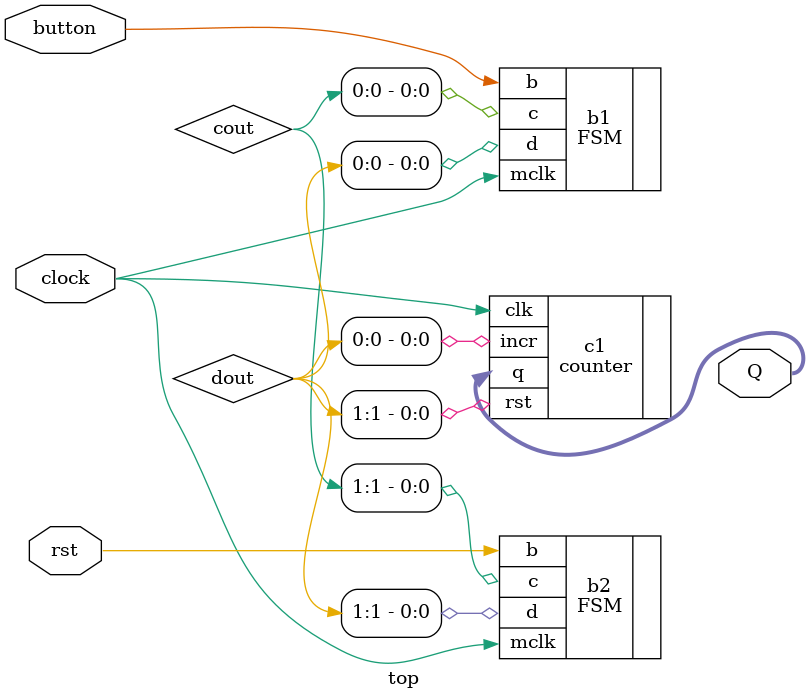
<source format=v>
`timescale 1ns / 1ps


module top(
input button,
input rst,
input clock,
output wire [7:0] Q
    );
    
wire [1:0] cout;
wire [1:0] dout;
//wire [7:0] Q;
    
FSM b1(.b(button),.mclk(clock),.c(cout[0]),.d(dout[0]));
FSM b2(.b(rst),.mclk(clock),.c(cout[1]),.d(dout[1]));

counter c1(.clk(clock),.incr(dout[0]),.rst(dout[1]),.q(Q));
    
endmodule

</source>
